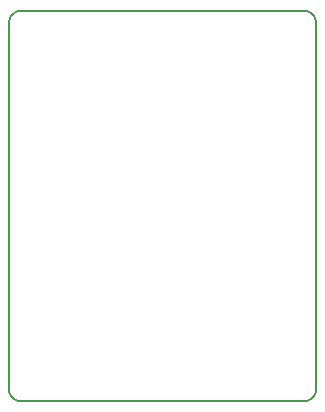
<source format=gbr>
%TF.GenerationSoftware,KiCad,Pcbnew,(5.1.8)-1*%
%TF.CreationDate,2021-03-06T05:42:10-08:00*%
%TF.ProjectId,audioboard,61756469-6f62-46f6-9172-642e6b696361,rev?*%
%TF.SameCoordinates,Original*%
%TF.FileFunction,Profile,NP*%
%FSLAX46Y46*%
G04 Gerber Fmt 4.6, Leading zero omitted, Abs format (unit mm)*
G04 Created by KiCad (PCBNEW (5.1.8)-1) date 2021-03-06 05:42:10*
%MOMM*%
%LPD*%
G01*
G04 APERTURE LIST*
%TA.AperFunction,Profile*%
%ADD10C,0.200000*%
%TD*%
G04 APERTURE END LIST*
D10*
X77342600Y-76118200D02*
X76975000Y-76270400D01*
X76693700Y-76551700D02*
X76541500Y-76919300D01*
X76541500Y-76919300D02*
X76541500Y-108317100D01*
X76975000Y-76270400D02*
X76693700Y-76551700D01*
X101740400Y-109118200D02*
X102108000Y-108966000D01*
X77342600Y-109118200D02*
X101740400Y-109118200D01*
X76975000Y-108966000D02*
X77342600Y-109118200D01*
X76693700Y-108684700D02*
X76975000Y-108966000D01*
X76541500Y-108317100D02*
X76693700Y-108684700D01*
X101740400Y-76118200D02*
X77342600Y-76118200D01*
X102108000Y-76270400D02*
X101740400Y-76118200D01*
X102389300Y-76551700D02*
X102108000Y-76270400D01*
X102541500Y-76919300D02*
X102389300Y-76551700D01*
X102541500Y-108317100D02*
X102541500Y-76919300D01*
X102389300Y-108684700D02*
X102541500Y-108317100D01*
X102108000Y-108966000D02*
X102389300Y-108684700D01*
M02*

</source>
